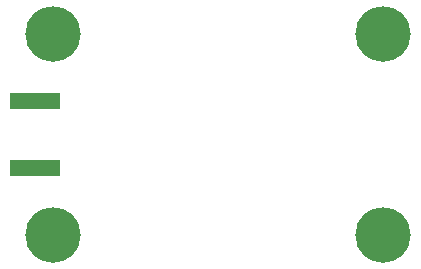
<source format=gbr>
%TF.GenerationSoftware,KiCad,Pcbnew,5.1.9-73d0e3b20d~88~ubuntu20.04.1*%
%TF.CreationDate,2021-03-06T00:26:18+00:00*%
%TF.ProjectId,SMA_to_uFL,534d415f-746f-45f7-9546-4c2e6b696361,1.0*%
%TF.SameCoordinates,Original*%
%TF.FileFunction,Soldermask,Bot*%
%TF.FilePolarity,Negative*%
%FSLAX46Y46*%
G04 Gerber Fmt 4.6, Leading zero omitted, Abs format (unit mm)*
G04 Created by KiCad (PCBNEW 5.1.9-73d0e3b20d~88~ubuntu20.04.1) date 2021-03-06 00:26:18*
%MOMM*%
%LPD*%
G01*
G04 APERTURE LIST*
%ADD10C,4.700000*%
%ADD11R,4.200000X1.350000*%
G04 APERTURE END LIST*
D10*
%TO.C, *%
X104500000Y-68500000D03*
%TD*%
%TO.C, *%
X76500000Y-68500000D03*
%TD*%
%TO.C, *%
X104500000Y-51500000D03*
%TD*%
%TO.C, *%
X76500000Y-51500000D03*
%TD*%
D11*
%TO.C,J5*%
X75000000Y-62825000D03*
X75000000Y-57175000D03*
%TD*%
M02*

</source>
